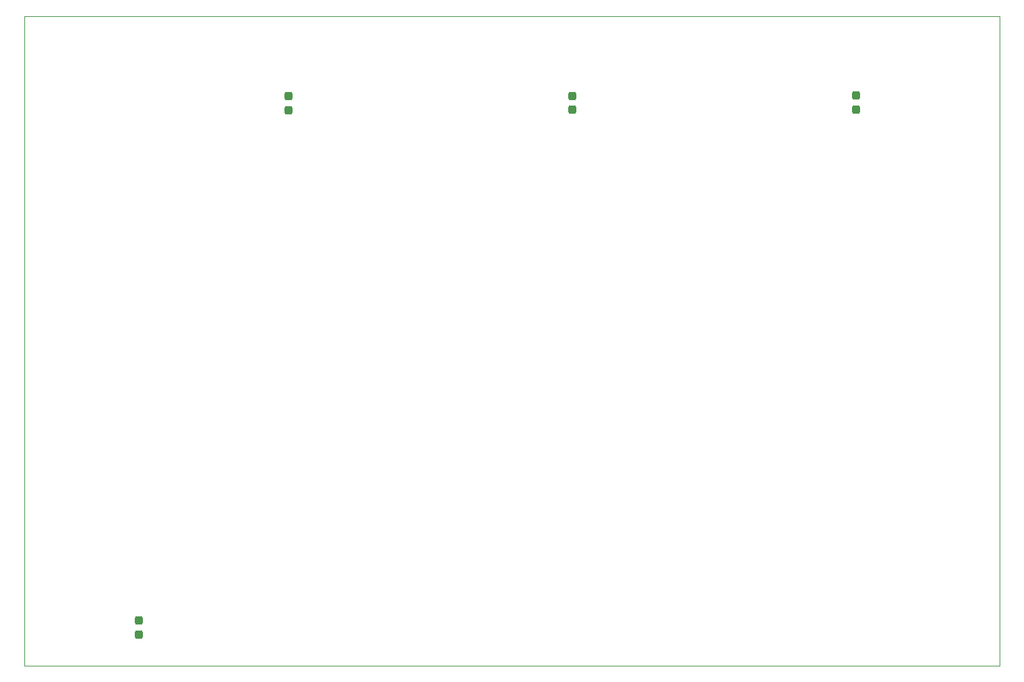
<source format=gbr>
%TF.GenerationSoftware,KiCad,Pcbnew,8.0.8*%
%TF.CreationDate,2025-11-10T08:34:54-07:00*%
%TF.ProjectId,WiegandTest,57696567-616e-4645-9465-73742e6b6963,A*%
%TF.SameCoordinates,Original*%
%TF.FileFunction,Paste,Bot*%
%TF.FilePolarity,Positive*%
%FSLAX46Y46*%
G04 Gerber Fmt 4.6, Leading zero omitted, Abs format (unit mm)*
G04 Created by KiCad (PCBNEW 8.0.8) date 2025-11-10 08:34:54*
%MOMM*%
%LPD*%
G01*
G04 APERTURE LIST*
G04 Aperture macros list*
%AMRoundRect*
0 Rectangle with rounded corners*
0 $1 Rounding radius*
0 $2 $3 $4 $5 $6 $7 $8 $9 X,Y pos of 4 corners*
0 Add a 4 corners polygon primitive as box body*
4,1,4,$2,$3,$4,$5,$6,$7,$8,$9,$2,$3,0*
0 Add four circle primitives for the rounded corners*
1,1,$1+$1,$2,$3*
1,1,$1+$1,$4,$5*
1,1,$1+$1,$6,$7*
1,1,$1+$1,$8,$9*
0 Add four rect primitives between the rounded corners*
20,1,$1+$1,$2,$3,$4,$5,0*
20,1,$1+$1,$4,$5,$6,$7,0*
20,1,$1+$1,$6,$7,$8,$9,0*
20,1,$1+$1,$8,$9,$2,$3,0*%
G04 Aperture macros list end*
%ADD10RoundRect,0.237500X0.237500X-0.287500X0.237500X0.287500X-0.237500X0.287500X-0.237500X-0.287500X0*%
%TA.AperFunction,Profile*%
%ADD11C,0.050000*%
%TD*%
G04 APERTURE END LIST*
D10*
%TO.C,D24*%
X102819200Y-63841600D03*
X102819200Y-62091600D03*
%TD*%
%TO.C,D9*%
X84099400Y-129463800D03*
X84099400Y-127713800D03*
%TD*%
%TO.C,D23*%
X138323000Y-63810000D03*
X138323000Y-62060000D03*
%TD*%
%TO.C,D7*%
X173786800Y-63790800D03*
X173786800Y-62040800D03*
%TD*%
D11*
X69850000Y-52070000D02*
X191770000Y-52070000D01*
X191770000Y-133350000D01*
X69850000Y-133350000D01*
X69850000Y-52070000D01*
M02*

</source>
